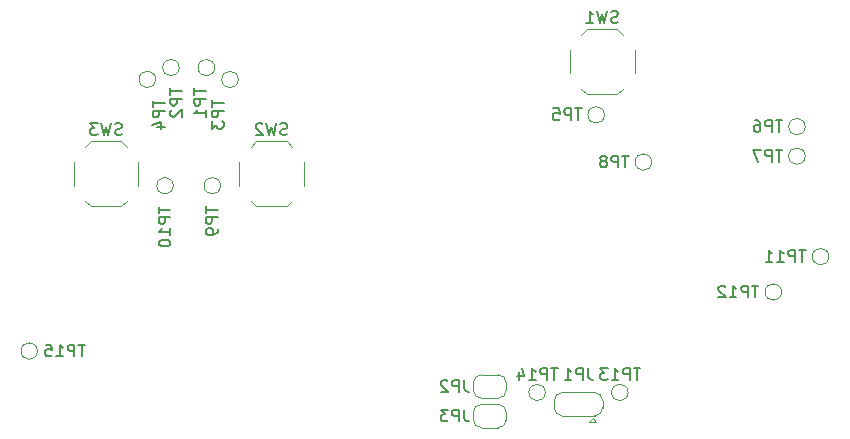
<source format=gbr>
%TF.GenerationSoftware,KiCad,Pcbnew,8.99.0-77eaa75db1*%
%TF.CreationDate,2024-12-04T17:57:12+01:00*%
%TF.ProjectId,geheimbadge-controller,67656865-696d-4626-9164-67652d636f6e,1.0.0*%
%TF.SameCoordinates,Original*%
%TF.FileFunction,Legend,Bot*%
%TF.FilePolarity,Positive*%
%FSLAX46Y46*%
G04 Gerber Fmt 4.6, Leading zero omitted, Abs format (unit mm)*
G04 Created by KiCad (PCBNEW 8.99.0-77eaa75db1) date 2024-12-04 17:57:12*
%MOMM*%
%LPD*%
G01*
G04 APERTURE LIST*
G04 Aperture macros list*
%AMHorizOval*
0 Thick line with rounded ends*
0 $1 width*
0 $2 $3 position (X,Y) of the first rounded end (center of the circle)*
0 $4 $5 position (X,Y) of the second rounded end (center of the circle)*
0 Add line between two ends*
20,1,$1,$2,$3,$4,$5,0*
0 Add two circle primitives to create the rounded ends*
1,1,$1,$2,$3*
1,1,$1,$4,$5*%
%AMRotRect*
0 Rectangle, with rotation*
0 The origin of the aperture is its center*
0 $1 length*
0 $2 width*
0 $3 Rotation angle, in degrees counterclockwise*
0 Add horizontal line*
21,1,$1,$2,0,0,$3*%
%AMFreePoly0*
4,1,19,0.500000,-0.750000,0.000000,-0.750000,0.000000,-0.744911,-0.071157,-0.744911,-0.207708,-0.704816,-0.327430,-0.627875,-0.420627,-0.520320,-0.479746,-0.390866,-0.500000,-0.250000,-0.500000,0.250000,-0.479746,0.390866,-0.420627,0.520320,-0.327430,0.627875,-0.207708,0.704816,-0.071157,0.744911,0.000000,0.744911,0.000000,0.750000,0.500000,0.750000,0.500000,-0.750000,0.500000,-0.750000,
$1*%
%AMFreePoly1*
4,1,19,0.000000,0.744911,0.071157,0.744911,0.207708,0.704816,0.327430,0.627875,0.420627,0.520320,0.479746,0.390866,0.500000,0.250000,0.500000,-0.250000,0.479746,-0.390866,0.420627,-0.520320,0.327430,-0.627875,0.207708,-0.704816,0.071157,-0.744911,0.000000,-0.744911,0.000000,-0.750000,-0.500000,-0.750000,-0.500000,0.750000,0.000000,0.750000,0.000000,0.744911,0.000000,0.744911,
$1*%
%AMFreePoly2*
4,1,19,0.550000,-0.750000,0.000000,-0.750000,0.000000,-0.744911,-0.071157,-0.744911,-0.207708,-0.704816,-0.327430,-0.627875,-0.420627,-0.520320,-0.479746,-0.390866,-0.500000,-0.250000,-0.500000,0.250000,-0.479746,0.390866,-0.420627,0.520320,-0.327430,0.627875,-0.207708,0.704816,-0.071157,0.744911,0.000000,0.744911,0.000000,0.750000,0.550000,0.750000,0.550000,-0.750000,0.550000,-0.750000,
$1*%
%AMFreePoly3*
4,1,19,0.000000,0.744911,0.071157,0.744911,0.207708,0.704816,0.327430,0.627875,0.420627,0.520320,0.479746,0.390866,0.500000,0.250000,0.500000,-0.250000,0.479746,-0.390866,0.420627,-0.520320,0.327430,-0.627875,0.207708,-0.704816,0.071157,-0.744911,0.000000,-0.744911,0.000000,-0.750000,-0.550000,-0.750000,-0.550000,0.750000,0.000000,0.750000,0.000000,0.744911,0.000000,0.744911,
$1*%
G04 Aperture macros list end*
%ADD10C,0.150000*%
%ADD11C,0.120000*%
%ADD12C,0.000000*%
%ADD13R,1.700000X1.700000*%
%ADD14O,1.700000X1.700000*%
%ADD15C,0.650000*%
%ADD16O,1.000000X2.100000*%
%ADD17O,1.000000X1.600000*%
%ADD18RotRect,1.700000X1.700000X135.000000*%
%ADD19HorizOval,1.700000X0.000000X0.000000X0.000000X0.000000X0*%
%ADD20RotRect,1.700000X1.700000X45.000000*%
%ADD21HorizOval,1.700000X0.000000X0.000000X0.000000X0.000000X0*%
%ADD22C,1.000000*%
%ADD23R,1.000000X0.750000*%
%ADD24FreePoly0,180.000000*%
%ADD25FreePoly1,180.000000*%
%ADD26FreePoly2,180.000000*%
%ADD27R,1.000000X1.500000*%
%ADD28FreePoly3,180.000000*%
G04 APERTURE END LIST*
D10*
X82954819Y-94738095D02*
X82954819Y-95309523D01*
X83954819Y-95023809D02*
X82954819Y-95023809D01*
X83954819Y-95642857D02*
X82954819Y-95642857D01*
X82954819Y-95642857D02*
X82954819Y-96023809D01*
X82954819Y-96023809D02*
X83002438Y-96119047D01*
X83002438Y-96119047D02*
X83050057Y-96166666D01*
X83050057Y-96166666D02*
X83145295Y-96214285D01*
X83145295Y-96214285D02*
X83288152Y-96214285D01*
X83288152Y-96214285D02*
X83383390Y-96166666D01*
X83383390Y-96166666D02*
X83431009Y-96119047D01*
X83431009Y-96119047D02*
X83478628Y-96023809D01*
X83478628Y-96023809D02*
X83478628Y-95642857D01*
X83954819Y-97166666D02*
X83954819Y-96595238D01*
X83954819Y-96880952D02*
X82954819Y-96880952D01*
X82954819Y-96880952D02*
X83097676Y-96785714D01*
X83097676Y-96785714D02*
X83192914Y-96690476D01*
X83192914Y-96690476D02*
X83240533Y-96595238D01*
X134738094Y-108454819D02*
X134166666Y-108454819D01*
X134452380Y-109454819D02*
X134452380Y-108454819D01*
X133833332Y-109454819D02*
X133833332Y-108454819D01*
X133833332Y-108454819D02*
X133452380Y-108454819D01*
X133452380Y-108454819D02*
X133357142Y-108502438D01*
X133357142Y-108502438D02*
X133309523Y-108550057D01*
X133309523Y-108550057D02*
X133261904Y-108645295D01*
X133261904Y-108645295D02*
X133261904Y-108788152D01*
X133261904Y-108788152D02*
X133309523Y-108883390D01*
X133309523Y-108883390D02*
X133357142Y-108931009D01*
X133357142Y-108931009D02*
X133452380Y-108978628D01*
X133452380Y-108978628D02*
X133833332Y-108978628D01*
X132309523Y-109454819D02*
X132880951Y-109454819D01*
X132595237Y-109454819D02*
X132595237Y-108454819D01*
X132595237Y-108454819D02*
X132690475Y-108597676D01*
X132690475Y-108597676D02*
X132785713Y-108692914D01*
X132785713Y-108692914D02*
X132880951Y-108740533D01*
X131357142Y-109454819D02*
X131928570Y-109454819D01*
X131642856Y-109454819D02*
X131642856Y-108454819D01*
X131642856Y-108454819D02*
X131738094Y-108597676D01*
X131738094Y-108597676D02*
X131833332Y-108692914D01*
X131833332Y-108692914D02*
X131928570Y-108740533D01*
X90833332Y-98657200D02*
X90690475Y-98704819D01*
X90690475Y-98704819D02*
X90452380Y-98704819D01*
X90452380Y-98704819D02*
X90357142Y-98657200D01*
X90357142Y-98657200D02*
X90309523Y-98609580D01*
X90309523Y-98609580D02*
X90261904Y-98514342D01*
X90261904Y-98514342D02*
X90261904Y-98419104D01*
X90261904Y-98419104D02*
X90309523Y-98323866D01*
X90309523Y-98323866D02*
X90357142Y-98276247D01*
X90357142Y-98276247D02*
X90452380Y-98228628D01*
X90452380Y-98228628D02*
X90642856Y-98181009D01*
X90642856Y-98181009D02*
X90738094Y-98133390D01*
X90738094Y-98133390D02*
X90785713Y-98085771D01*
X90785713Y-98085771D02*
X90833332Y-97990533D01*
X90833332Y-97990533D02*
X90833332Y-97895295D01*
X90833332Y-97895295D02*
X90785713Y-97800057D01*
X90785713Y-97800057D02*
X90738094Y-97752438D01*
X90738094Y-97752438D02*
X90642856Y-97704819D01*
X90642856Y-97704819D02*
X90404761Y-97704819D01*
X90404761Y-97704819D02*
X90261904Y-97752438D01*
X89928570Y-97704819D02*
X89690475Y-98704819D01*
X89690475Y-98704819D02*
X89499999Y-97990533D01*
X89499999Y-97990533D02*
X89309523Y-98704819D01*
X89309523Y-98704819D02*
X89071428Y-97704819D01*
X88738094Y-97800057D02*
X88690475Y-97752438D01*
X88690475Y-97752438D02*
X88595237Y-97704819D01*
X88595237Y-97704819D02*
X88357142Y-97704819D01*
X88357142Y-97704819D02*
X88261904Y-97752438D01*
X88261904Y-97752438D02*
X88214285Y-97800057D01*
X88214285Y-97800057D02*
X88166666Y-97895295D01*
X88166666Y-97895295D02*
X88166666Y-97990533D01*
X88166666Y-97990533D02*
X88214285Y-98133390D01*
X88214285Y-98133390D02*
X88785713Y-98704819D01*
X88785713Y-98704819D02*
X88166666Y-98704819D01*
X84454819Y-95738095D02*
X84454819Y-96309523D01*
X85454819Y-96023809D02*
X84454819Y-96023809D01*
X85454819Y-96642857D02*
X84454819Y-96642857D01*
X84454819Y-96642857D02*
X84454819Y-97023809D01*
X84454819Y-97023809D02*
X84502438Y-97119047D01*
X84502438Y-97119047D02*
X84550057Y-97166666D01*
X84550057Y-97166666D02*
X84645295Y-97214285D01*
X84645295Y-97214285D02*
X84788152Y-97214285D01*
X84788152Y-97214285D02*
X84883390Y-97166666D01*
X84883390Y-97166666D02*
X84931009Y-97119047D01*
X84931009Y-97119047D02*
X84978628Y-97023809D01*
X84978628Y-97023809D02*
X84978628Y-96642857D01*
X84454819Y-97547619D02*
X84454819Y-98166666D01*
X84454819Y-98166666D02*
X84835771Y-97833333D01*
X84835771Y-97833333D02*
X84835771Y-97976190D01*
X84835771Y-97976190D02*
X84883390Y-98071428D01*
X84883390Y-98071428D02*
X84931009Y-98119047D01*
X84931009Y-98119047D02*
X85026247Y-98166666D01*
X85026247Y-98166666D02*
X85264342Y-98166666D01*
X85264342Y-98166666D02*
X85359580Y-98119047D01*
X85359580Y-98119047D02*
X85407200Y-98071428D01*
X85407200Y-98071428D02*
X85454819Y-97976190D01*
X85454819Y-97976190D02*
X85454819Y-97690476D01*
X85454819Y-97690476D02*
X85407200Y-97595238D01*
X85407200Y-97595238D02*
X85359580Y-97547619D01*
X73738094Y-116454819D02*
X73166666Y-116454819D01*
X73452380Y-117454819D02*
X73452380Y-116454819D01*
X72833332Y-117454819D02*
X72833332Y-116454819D01*
X72833332Y-116454819D02*
X72452380Y-116454819D01*
X72452380Y-116454819D02*
X72357142Y-116502438D01*
X72357142Y-116502438D02*
X72309523Y-116550057D01*
X72309523Y-116550057D02*
X72261904Y-116645295D01*
X72261904Y-116645295D02*
X72261904Y-116788152D01*
X72261904Y-116788152D02*
X72309523Y-116883390D01*
X72309523Y-116883390D02*
X72357142Y-116931009D01*
X72357142Y-116931009D02*
X72452380Y-116978628D01*
X72452380Y-116978628D02*
X72833332Y-116978628D01*
X71309523Y-117454819D02*
X71880951Y-117454819D01*
X71595237Y-117454819D02*
X71595237Y-116454819D01*
X71595237Y-116454819D02*
X71690475Y-116597676D01*
X71690475Y-116597676D02*
X71785713Y-116692914D01*
X71785713Y-116692914D02*
X71880951Y-116740533D01*
X70404761Y-116454819D02*
X70880951Y-116454819D01*
X70880951Y-116454819D02*
X70928570Y-116931009D01*
X70928570Y-116931009D02*
X70880951Y-116883390D01*
X70880951Y-116883390D02*
X70785713Y-116835771D01*
X70785713Y-116835771D02*
X70547618Y-116835771D01*
X70547618Y-116835771D02*
X70452380Y-116883390D01*
X70452380Y-116883390D02*
X70404761Y-116931009D01*
X70404761Y-116931009D02*
X70357142Y-117026247D01*
X70357142Y-117026247D02*
X70357142Y-117264342D01*
X70357142Y-117264342D02*
X70404761Y-117359580D01*
X70404761Y-117359580D02*
X70452380Y-117407200D01*
X70452380Y-117407200D02*
X70547618Y-117454819D01*
X70547618Y-117454819D02*
X70785713Y-117454819D01*
X70785713Y-117454819D02*
X70880951Y-117407200D01*
X70880951Y-117407200D02*
X70928570Y-117359580D01*
X120738094Y-118454819D02*
X120166666Y-118454819D01*
X120452380Y-119454819D02*
X120452380Y-118454819D01*
X119833332Y-119454819D02*
X119833332Y-118454819D01*
X119833332Y-118454819D02*
X119452380Y-118454819D01*
X119452380Y-118454819D02*
X119357142Y-118502438D01*
X119357142Y-118502438D02*
X119309523Y-118550057D01*
X119309523Y-118550057D02*
X119261904Y-118645295D01*
X119261904Y-118645295D02*
X119261904Y-118788152D01*
X119261904Y-118788152D02*
X119309523Y-118883390D01*
X119309523Y-118883390D02*
X119357142Y-118931009D01*
X119357142Y-118931009D02*
X119452380Y-118978628D01*
X119452380Y-118978628D02*
X119833332Y-118978628D01*
X118309523Y-119454819D02*
X118880951Y-119454819D01*
X118595237Y-119454819D02*
X118595237Y-118454819D01*
X118595237Y-118454819D02*
X118690475Y-118597676D01*
X118690475Y-118597676D02*
X118785713Y-118692914D01*
X118785713Y-118692914D02*
X118880951Y-118740533D01*
X117976189Y-118454819D02*
X117357142Y-118454819D01*
X117357142Y-118454819D02*
X117690475Y-118835771D01*
X117690475Y-118835771D02*
X117547618Y-118835771D01*
X117547618Y-118835771D02*
X117452380Y-118883390D01*
X117452380Y-118883390D02*
X117404761Y-118931009D01*
X117404761Y-118931009D02*
X117357142Y-119026247D01*
X117357142Y-119026247D02*
X117357142Y-119264342D01*
X117357142Y-119264342D02*
X117404761Y-119359580D01*
X117404761Y-119359580D02*
X117452380Y-119407200D01*
X117452380Y-119407200D02*
X117547618Y-119454819D01*
X117547618Y-119454819D02*
X117833332Y-119454819D01*
X117833332Y-119454819D02*
X117928570Y-119407200D01*
X117928570Y-119407200D02*
X117976189Y-119359580D01*
X80954819Y-94738095D02*
X80954819Y-95309523D01*
X81954819Y-95023809D02*
X80954819Y-95023809D01*
X81954819Y-95642857D02*
X80954819Y-95642857D01*
X80954819Y-95642857D02*
X80954819Y-96023809D01*
X80954819Y-96023809D02*
X81002438Y-96119047D01*
X81002438Y-96119047D02*
X81050057Y-96166666D01*
X81050057Y-96166666D02*
X81145295Y-96214285D01*
X81145295Y-96214285D02*
X81288152Y-96214285D01*
X81288152Y-96214285D02*
X81383390Y-96166666D01*
X81383390Y-96166666D02*
X81431009Y-96119047D01*
X81431009Y-96119047D02*
X81478628Y-96023809D01*
X81478628Y-96023809D02*
X81478628Y-95642857D01*
X81050057Y-96595238D02*
X81002438Y-96642857D01*
X81002438Y-96642857D02*
X80954819Y-96738095D01*
X80954819Y-96738095D02*
X80954819Y-96976190D01*
X80954819Y-96976190D02*
X81002438Y-97071428D01*
X81002438Y-97071428D02*
X81050057Y-97119047D01*
X81050057Y-97119047D02*
X81145295Y-97166666D01*
X81145295Y-97166666D02*
X81240533Y-97166666D01*
X81240533Y-97166666D02*
X81383390Y-97119047D01*
X81383390Y-97119047D02*
X81954819Y-96547619D01*
X81954819Y-96547619D02*
X81954819Y-97166666D01*
X118833332Y-89157200D02*
X118690475Y-89204819D01*
X118690475Y-89204819D02*
X118452380Y-89204819D01*
X118452380Y-89204819D02*
X118357142Y-89157200D01*
X118357142Y-89157200D02*
X118309523Y-89109580D01*
X118309523Y-89109580D02*
X118261904Y-89014342D01*
X118261904Y-89014342D02*
X118261904Y-88919104D01*
X118261904Y-88919104D02*
X118309523Y-88823866D01*
X118309523Y-88823866D02*
X118357142Y-88776247D01*
X118357142Y-88776247D02*
X118452380Y-88728628D01*
X118452380Y-88728628D02*
X118642856Y-88681009D01*
X118642856Y-88681009D02*
X118738094Y-88633390D01*
X118738094Y-88633390D02*
X118785713Y-88585771D01*
X118785713Y-88585771D02*
X118833332Y-88490533D01*
X118833332Y-88490533D02*
X118833332Y-88395295D01*
X118833332Y-88395295D02*
X118785713Y-88300057D01*
X118785713Y-88300057D02*
X118738094Y-88252438D01*
X118738094Y-88252438D02*
X118642856Y-88204819D01*
X118642856Y-88204819D02*
X118404761Y-88204819D01*
X118404761Y-88204819D02*
X118261904Y-88252438D01*
X117928570Y-88204819D02*
X117690475Y-89204819D01*
X117690475Y-89204819D02*
X117499999Y-88490533D01*
X117499999Y-88490533D02*
X117309523Y-89204819D01*
X117309523Y-89204819D02*
X117071428Y-88204819D01*
X116166666Y-89204819D02*
X116738094Y-89204819D01*
X116452380Y-89204819D02*
X116452380Y-88204819D01*
X116452380Y-88204819D02*
X116547618Y-88347676D01*
X116547618Y-88347676D02*
X116642856Y-88442914D01*
X116642856Y-88442914D02*
X116738094Y-88490533D01*
X132761904Y-97454819D02*
X132190476Y-97454819D01*
X132476190Y-98454819D02*
X132476190Y-97454819D01*
X131857142Y-98454819D02*
X131857142Y-97454819D01*
X131857142Y-97454819D02*
X131476190Y-97454819D01*
X131476190Y-97454819D02*
X131380952Y-97502438D01*
X131380952Y-97502438D02*
X131333333Y-97550057D01*
X131333333Y-97550057D02*
X131285714Y-97645295D01*
X131285714Y-97645295D02*
X131285714Y-97788152D01*
X131285714Y-97788152D02*
X131333333Y-97883390D01*
X131333333Y-97883390D02*
X131380952Y-97931009D01*
X131380952Y-97931009D02*
X131476190Y-97978628D01*
X131476190Y-97978628D02*
X131857142Y-97978628D01*
X130428571Y-97454819D02*
X130619047Y-97454819D01*
X130619047Y-97454819D02*
X130714285Y-97502438D01*
X130714285Y-97502438D02*
X130761904Y-97550057D01*
X130761904Y-97550057D02*
X130857142Y-97692914D01*
X130857142Y-97692914D02*
X130904761Y-97883390D01*
X130904761Y-97883390D02*
X130904761Y-98264342D01*
X130904761Y-98264342D02*
X130857142Y-98359580D01*
X130857142Y-98359580D02*
X130809523Y-98407200D01*
X130809523Y-98407200D02*
X130714285Y-98454819D01*
X130714285Y-98454819D02*
X130523809Y-98454819D01*
X130523809Y-98454819D02*
X130428571Y-98407200D01*
X130428571Y-98407200D02*
X130380952Y-98359580D01*
X130380952Y-98359580D02*
X130333333Y-98264342D01*
X130333333Y-98264342D02*
X130333333Y-98026247D01*
X130333333Y-98026247D02*
X130380952Y-97931009D01*
X130380952Y-97931009D02*
X130428571Y-97883390D01*
X130428571Y-97883390D02*
X130523809Y-97835771D01*
X130523809Y-97835771D02*
X130714285Y-97835771D01*
X130714285Y-97835771D02*
X130809523Y-97883390D01*
X130809523Y-97883390D02*
X130857142Y-97931009D01*
X130857142Y-97931009D02*
X130904761Y-98026247D01*
X105833333Y-119454819D02*
X105833333Y-120169104D01*
X105833333Y-120169104D02*
X105880952Y-120311961D01*
X105880952Y-120311961D02*
X105976190Y-120407200D01*
X105976190Y-120407200D02*
X106119047Y-120454819D01*
X106119047Y-120454819D02*
X106214285Y-120454819D01*
X105357142Y-120454819D02*
X105357142Y-119454819D01*
X105357142Y-119454819D02*
X104976190Y-119454819D01*
X104976190Y-119454819D02*
X104880952Y-119502438D01*
X104880952Y-119502438D02*
X104833333Y-119550057D01*
X104833333Y-119550057D02*
X104785714Y-119645295D01*
X104785714Y-119645295D02*
X104785714Y-119788152D01*
X104785714Y-119788152D02*
X104833333Y-119883390D01*
X104833333Y-119883390D02*
X104880952Y-119931009D01*
X104880952Y-119931009D02*
X104976190Y-119978628D01*
X104976190Y-119978628D02*
X105357142Y-119978628D01*
X104404761Y-119550057D02*
X104357142Y-119502438D01*
X104357142Y-119502438D02*
X104261904Y-119454819D01*
X104261904Y-119454819D02*
X104023809Y-119454819D01*
X104023809Y-119454819D02*
X103928571Y-119502438D01*
X103928571Y-119502438D02*
X103880952Y-119550057D01*
X103880952Y-119550057D02*
X103833333Y-119645295D01*
X103833333Y-119645295D02*
X103833333Y-119740533D01*
X103833333Y-119740533D02*
X103880952Y-119883390D01*
X103880952Y-119883390D02*
X104452380Y-120454819D01*
X104452380Y-120454819D02*
X103833333Y-120454819D01*
X76833332Y-98657200D02*
X76690475Y-98704819D01*
X76690475Y-98704819D02*
X76452380Y-98704819D01*
X76452380Y-98704819D02*
X76357142Y-98657200D01*
X76357142Y-98657200D02*
X76309523Y-98609580D01*
X76309523Y-98609580D02*
X76261904Y-98514342D01*
X76261904Y-98514342D02*
X76261904Y-98419104D01*
X76261904Y-98419104D02*
X76309523Y-98323866D01*
X76309523Y-98323866D02*
X76357142Y-98276247D01*
X76357142Y-98276247D02*
X76452380Y-98228628D01*
X76452380Y-98228628D02*
X76642856Y-98181009D01*
X76642856Y-98181009D02*
X76738094Y-98133390D01*
X76738094Y-98133390D02*
X76785713Y-98085771D01*
X76785713Y-98085771D02*
X76833332Y-97990533D01*
X76833332Y-97990533D02*
X76833332Y-97895295D01*
X76833332Y-97895295D02*
X76785713Y-97800057D01*
X76785713Y-97800057D02*
X76738094Y-97752438D01*
X76738094Y-97752438D02*
X76642856Y-97704819D01*
X76642856Y-97704819D02*
X76404761Y-97704819D01*
X76404761Y-97704819D02*
X76261904Y-97752438D01*
X75928570Y-97704819D02*
X75690475Y-98704819D01*
X75690475Y-98704819D02*
X75499999Y-97990533D01*
X75499999Y-97990533D02*
X75309523Y-98704819D01*
X75309523Y-98704819D02*
X75071428Y-97704819D01*
X74785713Y-97704819D02*
X74166666Y-97704819D01*
X74166666Y-97704819D02*
X74499999Y-98085771D01*
X74499999Y-98085771D02*
X74357142Y-98085771D01*
X74357142Y-98085771D02*
X74261904Y-98133390D01*
X74261904Y-98133390D02*
X74214285Y-98181009D01*
X74214285Y-98181009D02*
X74166666Y-98276247D01*
X74166666Y-98276247D02*
X74166666Y-98514342D01*
X74166666Y-98514342D02*
X74214285Y-98609580D01*
X74214285Y-98609580D02*
X74261904Y-98657200D01*
X74261904Y-98657200D02*
X74357142Y-98704819D01*
X74357142Y-98704819D02*
X74642856Y-98704819D01*
X74642856Y-98704819D02*
X74738094Y-98657200D01*
X74738094Y-98657200D02*
X74785713Y-98609580D01*
X115761904Y-96454819D02*
X115190476Y-96454819D01*
X115476190Y-97454819D02*
X115476190Y-96454819D01*
X114857142Y-97454819D02*
X114857142Y-96454819D01*
X114857142Y-96454819D02*
X114476190Y-96454819D01*
X114476190Y-96454819D02*
X114380952Y-96502438D01*
X114380952Y-96502438D02*
X114333333Y-96550057D01*
X114333333Y-96550057D02*
X114285714Y-96645295D01*
X114285714Y-96645295D02*
X114285714Y-96788152D01*
X114285714Y-96788152D02*
X114333333Y-96883390D01*
X114333333Y-96883390D02*
X114380952Y-96931009D01*
X114380952Y-96931009D02*
X114476190Y-96978628D01*
X114476190Y-96978628D02*
X114857142Y-96978628D01*
X113380952Y-96454819D02*
X113857142Y-96454819D01*
X113857142Y-96454819D02*
X113904761Y-96931009D01*
X113904761Y-96931009D02*
X113857142Y-96883390D01*
X113857142Y-96883390D02*
X113761904Y-96835771D01*
X113761904Y-96835771D02*
X113523809Y-96835771D01*
X113523809Y-96835771D02*
X113428571Y-96883390D01*
X113428571Y-96883390D02*
X113380952Y-96931009D01*
X113380952Y-96931009D02*
X113333333Y-97026247D01*
X113333333Y-97026247D02*
X113333333Y-97264342D01*
X113333333Y-97264342D02*
X113380952Y-97359580D01*
X113380952Y-97359580D02*
X113428571Y-97407200D01*
X113428571Y-97407200D02*
X113523809Y-97454819D01*
X113523809Y-97454819D02*
X113761904Y-97454819D01*
X113761904Y-97454819D02*
X113857142Y-97407200D01*
X113857142Y-97407200D02*
X113904761Y-97359580D01*
X130738094Y-111454819D02*
X130166666Y-111454819D01*
X130452380Y-112454819D02*
X130452380Y-111454819D01*
X129833332Y-112454819D02*
X129833332Y-111454819D01*
X129833332Y-111454819D02*
X129452380Y-111454819D01*
X129452380Y-111454819D02*
X129357142Y-111502438D01*
X129357142Y-111502438D02*
X129309523Y-111550057D01*
X129309523Y-111550057D02*
X129261904Y-111645295D01*
X129261904Y-111645295D02*
X129261904Y-111788152D01*
X129261904Y-111788152D02*
X129309523Y-111883390D01*
X129309523Y-111883390D02*
X129357142Y-111931009D01*
X129357142Y-111931009D02*
X129452380Y-111978628D01*
X129452380Y-111978628D02*
X129833332Y-111978628D01*
X128309523Y-112454819D02*
X128880951Y-112454819D01*
X128595237Y-112454819D02*
X128595237Y-111454819D01*
X128595237Y-111454819D02*
X128690475Y-111597676D01*
X128690475Y-111597676D02*
X128785713Y-111692914D01*
X128785713Y-111692914D02*
X128880951Y-111740533D01*
X127928570Y-111550057D02*
X127880951Y-111502438D01*
X127880951Y-111502438D02*
X127785713Y-111454819D01*
X127785713Y-111454819D02*
X127547618Y-111454819D01*
X127547618Y-111454819D02*
X127452380Y-111502438D01*
X127452380Y-111502438D02*
X127404761Y-111550057D01*
X127404761Y-111550057D02*
X127357142Y-111645295D01*
X127357142Y-111645295D02*
X127357142Y-111740533D01*
X127357142Y-111740533D02*
X127404761Y-111883390D01*
X127404761Y-111883390D02*
X127976189Y-112454819D01*
X127976189Y-112454819D02*
X127357142Y-112454819D01*
X116333333Y-118454819D02*
X116333333Y-119169104D01*
X116333333Y-119169104D02*
X116380952Y-119311961D01*
X116380952Y-119311961D02*
X116476190Y-119407200D01*
X116476190Y-119407200D02*
X116619047Y-119454819D01*
X116619047Y-119454819D02*
X116714285Y-119454819D01*
X115857142Y-119454819D02*
X115857142Y-118454819D01*
X115857142Y-118454819D02*
X115476190Y-118454819D01*
X115476190Y-118454819D02*
X115380952Y-118502438D01*
X115380952Y-118502438D02*
X115333333Y-118550057D01*
X115333333Y-118550057D02*
X115285714Y-118645295D01*
X115285714Y-118645295D02*
X115285714Y-118788152D01*
X115285714Y-118788152D02*
X115333333Y-118883390D01*
X115333333Y-118883390D02*
X115380952Y-118931009D01*
X115380952Y-118931009D02*
X115476190Y-118978628D01*
X115476190Y-118978628D02*
X115857142Y-118978628D01*
X114333333Y-119454819D02*
X114904761Y-119454819D01*
X114619047Y-119454819D02*
X114619047Y-118454819D01*
X114619047Y-118454819D02*
X114714285Y-118597676D01*
X114714285Y-118597676D02*
X114809523Y-118692914D01*
X114809523Y-118692914D02*
X114904761Y-118740533D01*
X132761904Y-99954819D02*
X132190476Y-99954819D01*
X132476190Y-100954819D02*
X132476190Y-99954819D01*
X131857142Y-100954819D02*
X131857142Y-99954819D01*
X131857142Y-99954819D02*
X131476190Y-99954819D01*
X131476190Y-99954819D02*
X131380952Y-100002438D01*
X131380952Y-100002438D02*
X131333333Y-100050057D01*
X131333333Y-100050057D02*
X131285714Y-100145295D01*
X131285714Y-100145295D02*
X131285714Y-100288152D01*
X131285714Y-100288152D02*
X131333333Y-100383390D01*
X131333333Y-100383390D02*
X131380952Y-100431009D01*
X131380952Y-100431009D02*
X131476190Y-100478628D01*
X131476190Y-100478628D02*
X131857142Y-100478628D01*
X130952380Y-99954819D02*
X130285714Y-99954819D01*
X130285714Y-99954819D02*
X130714285Y-100954819D01*
X105833333Y-121954819D02*
X105833333Y-122669104D01*
X105833333Y-122669104D02*
X105880952Y-122811961D01*
X105880952Y-122811961D02*
X105976190Y-122907200D01*
X105976190Y-122907200D02*
X106119047Y-122954819D01*
X106119047Y-122954819D02*
X106214285Y-122954819D01*
X105357142Y-122954819D02*
X105357142Y-121954819D01*
X105357142Y-121954819D02*
X104976190Y-121954819D01*
X104976190Y-121954819D02*
X104880952Y-122002438D01*
X104880952Y-122002438D02*
X104833333Y-122050057D01*
X104833333Y-122050057D02*
X104785714Y-122145295D01*
X104785714Y-122145295D02*
X104785714Y-122288152D01*
X104785714Y-122288152D02*
X104833333Y-122383390D01*
X104833333Y-122383390D02*
X104880952Y-122431009D01*
X104880952Y-122431009D02*
X104976190Y-122478628D01*
X104976190Y-122478628D02*
X105357142Y-122478628D01*
X104452380Y-121954819D02*
X103833333Y-121954819D01*
X103833333Y-121954819D02*
X104166666Y-122335771D01*
X104166666Y-122335771D02*
X104023809Y-122335771D01*
X104023809Y-122335771D02*
X103928571Y-122383390D01*
X103928571Y-122383390D02*
X103880952Y-122431009D01*
X103880952Y-122431009D02*
X103833333Y-122526247D01*
X103833333Y-122526247D02*
X103833333Y-122764342D01*
X103833333Y-122764342D02*
X103880952Y-122859580D01*
X103880952Y-122859580D02*
X103928571Y-122907200D01*
X103928571Y-122907200D02*
X104023809Y-122954819D01*
X104023809Y-122954819D02*
X104309523Y-122954819D01*
X104309523Y-122954819D02*
X104404761Y-122907200D01*
X104404761Y-122907200D02*
X104452380Y-122859580D01*
X113738094Y-118454819D02*
X113166666Y-118454819D01*
X113452380Y-119454819D02*
X113452380Y-118454819D01*
X112833332Y-119454819D02*
X112833332Y-118454819D01*
X112833332Y-118454819D02*
X112452380Y-118454819D01*
X112452380Y-118454819D02*
X112357142Y-118502438D01*
X112357142Y-118502438D02*
X112309523Y-118550057D01*
X112309523Y-118550057D02*
X112261904Y-118645295D01*
X112261904Y-118645295D02*
X112261904Y-118788152D01*
X112261904Y-118788152D02*
X112309523Y-118883390D01*
X112309523Y-118883390D02*
X112357142Y-118931009D01*
X112357142Y-118931009D02*
X112452380Y-118978628D01*
X112452380Y-118978628D02*
X112833332Y-118978628D01*
X111309523Y-119454819D02*
X111880951Y-119454819D01*
X111595237Y-119454819D02*
X111595237Y-118454819D01*
X111595237Y-118454819D02*
X111690475Y-118597676D01*
X111690475Y-118597676D02*
X111785713Y-118692914D01*
X111785713Y-118692914D02*
X111880951Y-118740533D01*
X110452380Y-118788152D02*
X110452380Y-119454819D01*
X110690475Y-118407200D02*
X110928570Y-119121485D01*
X110928570Y-119121485D02*
X110309523Y-119121485D01*
X119761904Y-100454819D02*
X119190476Y-100454819D01*
X119476190Y-101454819D02*
X119476190Y-100454819D01*
X118857142Y-101454819D02*
X118857142Y-100454819D01*
X118857142Y-100454819D02*
X118476190Y-100454819D01*
X118476190Y-100454819D02*
X118380952Y-100502438D01*
X118380952Y-100502438D02*
X118333333Y-100550057D01*
X118333333Y-100550057D02*
X118285714Y-100645295D01*
X118285714Y-100645295D02*
X118285714Y-100788152D01*
X118285714Y-100788152D02*
X118333333Y-100883390D01*
X118333333Y-100883390D02*
X118380952Y-100931009D01*
X118380952Y-100931009D02*
X118476190Y-100978628D01*
X118476190Y-100978628D02*
X118857142Y-100978628D01*
X117714285Y-100883390D02*
X117809523Y-100835771D01*
X117809523Y-100835771D02*
X117857142Y-100788152D01*
X117857142Y-100788152D02*
X117904761Y-100692914D01*
X117904761Y-100692914D02*
X117904761Y-100645295D01*
X117904761Y-100645295D02*
X117857142Y-100550057D01*
X117857142Y-100550057D02*
X117809523Y-100502438D01*
X117809523Y-100502438D02*
X117714285Y-100454819D01*
X117714285Y-100454819D02*
X117523809Y-100454819D01*
X117523809Y-100454819D02*
X117428571Y-100502438D01*
X117428571Y-100502438D02*
X117380952Y-100550057D01*
X117380952Y-100550057D02*
X117333333Y-100645295D01*
X117333333Y-100645295D02*
X117333333Y-100692914D01*
X117333333Y-100692914D02*
X117380952Y-100788152D01*
X117380952Y-100788152D02*
X117428571Y-100835771D01*
X117428571Y-100835771D02*
X117523809Y-100883390D01*
X117523809Y-100883390D02*
X117714285Y-100883390D01*
X117714285Y-100883390D02*
X117809523Y-100931009D01*
X117809523Y-100931009D02*
X117857142Y-100978628D01*
X117857142Y-100978628D02*
X117904761Y-101073866D01*
X117904761Y-101073866D02*
X117904761Y-101264342D01*
X117904761Y-101264342D02*
X117857142Y-101359580D01*
X117857142Y-101359580D02*
X117809523Y-101407200D01*
X117809523Y-101407200D02*
X117714285Y-101454819D01*
X117714285Y-101454819D02*
X117523809Y-101454819D01*
X117523809Y-101454819D02*
X117428571Y-101407200D01*
X117428571Y-101407200D02*
X117380952Y-101359580D01*
X117380952Y-101359580D02*
X117333333Y-101264342D01*
X117333333Y-101264342D02*
X117333333Y-101073866D01*
X117333333Y-101073866D02*
X117380952Y-100978628D01*
X117380952Y-100978628D02*
X117428571Y-100931009D01*
X117428571Y-100931009D02*
X117523809Y-100883390D01*
X79454819Y-95738095D02*
X79454819Y-96309523D01*
X80454819Y-96023809D02*
X79454819Y-96023809D01*
X80454819Y-96642857D02*
X79454819Y-96642857D01*
X79454819Y-96642857D02*
X79454819Y-97023809D01*
X79454819Y-97023809D02*
X79502438Y-97119047D01*
X79502438Y-97119047D02*
X79550057Y-97166666D01*
X79550057Y-97166666D02*
X79645295Y-97214285D01*
X79645295Y-97214285D02*
X79788152Y-97214285D01*
X79788152Y-97214285D02*
X79883390Y-97166666D01*
X79883390Y-97166666D02*
X79931009Y-97119047D01*
X79931009Y-97119047D02*
X79978628Y-97023809D01*
X79978628Y-97023809D02*
X79978628Y-96642857D01*
X79788152Y-98071428D02*
X80454819Y-98071428D01*
X79407200Y-97833333D02*
X80121485Y-97595238D01*
X80121485Y-97595238D02*
X80121485Y-98214285D01*
X79954819Y-104761905D02*
X79954819Y-105333333D01*
X80954819Y-105047619D02*
X79954819Y-105047619D01*
X80954819Y-105666667D02*
X79954819Y-105666667D01*
X79954819Y-105666667D02*
X79954819Y-106047619D01*
X79954819Y-106047619D02*
X80002438Y-106142857D01*
X80002438Y-106142857D02*
X80050057Y-106190476D01*
X80050057Y-106190476D02*
X80145295Y-106238095D01*
X80145295Y-106238095D02*
X80288152Y-106238095D01*
X80288152Y-106238095D02*
X80383390Y-106190476D01*
X80383390Y-106190476D02*
X80431009Y-106142857D01*
X80431009Y-106142857D02*
X80478628Y-106047619D01*
X80478628Y-106047619D02*
X80478628Y-105666667D01*
X80954819Y-107190476D02*
X80954819Y-106619048D01*
X80954819Y-106904762D02*
X79954819Y-106904762D01*
X79954819Y-106904762D02*
X80097676Y-106809524D01*
X80097676Y-106809524D02*
X80192914Y-106714286D01*
X80192914Y-106714286D02*
X80240533Y-106619048D01*
X79954819Y-107809524D02*
X79954819Y-107904762D01*
X79954819Y-107904762D02*
X80002438Y-108000000D01*
X80002438Y-108000000D02*
X80050057Y-108047619D01*
X80050057Y-108047619D02*
X80145295Y-108095238D01*
X80145295Y-108095238D02*
X80335771Y-108142857D01*
X80335771Y-108142857D02*
X80573866Y-108142857D01*
X80573866Y-108142857D02*
X80764342Y-108095238D01*
X80764342Y-108095238D02*
X80859580Y-108047619D01*
X80859580Y-108047619D02*
X80907200Y-108000000D01*
X80907200Y-108000000D02*
X80954819Y-107904762D01*
X80954819Y-107904762D02*
X80954819Y-107809524D01*
X80954819Y-107809524D02*
X80907200Y-107714286D01*
X80907200Y-107714286D02*
X80859580Y-107666667D01*
X80859580Y-107666667D02*
X80764342Y-107619048D01*
X80764342Y-107619048D02*
X80573866Y-107571429D01*
X80573866Y-107571429D02*
X80335771Y-107571429D01*
X80335771Y-107571429D02*
X80145295Y-107619048D01*
X80145295Y-107619048D02*
X80050057Y-107666667D01*
X80050057Y-107666667D02*
X80002438Y-107714286D01*
X80002438Y-107714286D02*
X79954819Y-107809524D01*
X83954819Y-104738095D02*
X83954819Y-105309523D01*
X84954819Y-105023809D02*
X83954819Y-105023809D01*
X84954819Y-105642857D02*
X83954819Y-105642857D01*
X83954819Y-105642857D02*
X83954819Y-106023809D01*
X83954819Y-106023809D02*
X84002438Y-106119047D01*
X84002438Y-106119047D02*
X84050057Y-106166666D01*
X84050057Y-106166666D02*
X84145295Y-106214285D01*
X84145295Y-106214285D02*
X84288152Y-106214285D01*
X84288152Y-106214285D02*
X84383390Y-106166666D01*
X84383390Y-106166666D02*
X84431009Y-106119047D01*
X84431009Y-106119047D02*
X84478628Y-106023809D01*
X84478628Y-106023809D02*
X84478628Y-105642857D01*
X84954819Y-106690476D02*
X84954819Y-106880952D01*
X84954819Y-106880952D02*
X84907200Y-106976190D01*
X84907200Y-106976190D02*
X84859580Y-107023809D01*
X84859580Y-107023809D02*
X84716723Y-107119047D01*
X84716723Y-107119047D02*
X84526247Y-107166666D01*
X84526247Y-107166666D02*
X84145295Y-107166666D01*
X84145295Y-107166666D02*
X84050057Y-107119047D01*
X84050057Y-107119047D02*
X84002438Y-107071428D01*
X84002438Y-107071428D02*
X83954819Y-106976190D01*
X83954819Y-106976190D02*
X83954819Y-106785714D01*
X83954819Y-106785714D02*
X84002438Y-106690476D01*
X84002438Y-106690476D02*
X84050057Y-106642857D01*
X84050057Y-106642857D02*
X84145295Y-106595238D01*
X84145295Y-106595238D02*
X84383390Y-106595238D01*
X84383390Y-106595238D02*
X84478628Y-106642857D01*
X84478628Y-106642857D02*
X84526247Y-106690476D01*
X84526247Y-106690476D02*
X84573866Y-106785714D01*
X84573866Y-106785714D02*
X84573866Y-106976190D01*
X84573866Y-106976190D02*
X84526247Y-107071428D01*
X84526247Y-107071428D02*
X84478628Y-107119047D01*
X84478628Y-107119047D02*
X84383390Y-107166666D01*
D11*
%TO.C,TP1*%
X84700000Y-93000000D02*
G75*
G02*
X83300000Y-93000000I-700000J0D01*
G01*
X83300000Y-93000000D02*
G75*
G02*
X84700000Y-93000000I700000J0D01*
G01*
%TO.C,TP11*%
X136700000Y-109000000D02*
G75*
G02*
X135300000Y-109000000I-700000J0D01*
G01*
X135300000Y-109000000D02*
G75*
G02*
X136700000Y-109000000I700000J0D01*
G01*
%TO.C,SW2*%
X86750000Y-103000000D02*
X86750000Y-101000000D01*
X88200000Y-99250000D02*
X87750000Y-99700000D01*
X88200000Y-99250000D02*
X90800000Y-99250000D01*
X88200000Y-104750000D02*
X87750000Y-104300000D01*
X88200000Y-104750000D02*
X90800000Y-104750000D01*
X90800000Y-99250000D02*
X91250000Y-99700000D01*
X90800000Y-104750000D02*
X91250000Y-104300000D01*
X92250000Y-103000000D02*
X92250000Y-101000000D01*
%TO.C,TP3*%
X86700000Y-94000000D02*
G75*
G02*
X85300000Y-94000000I-700000J0D01*
G01*
X85300000Y-94000000D02*
G75*
G02*
X86700000Y-94000000I700000J0D01*
G01*
%TO.C,TP15*%
X69700000Y-117000000D02*
G75*
G02*
X68300000Y-117000000I-700000J0D01*
G01*
X68300000Y-117000000D02*
G75*
G02*
X69700000Y-117000000I700000J0D01*
G01*
%TO.C,TP13*%
X119700000Y-120500000D02*
G75*
G02*
X118300000Y-120500000I-700000J0D01*
G01*
X118300000Y-120500000D02*
G75*
G02*
X119700000Y-120500000I700000J0D01*
G01*
%TO.C,TP2*%
X81700000Y-93000000D02*
G75*
G02*
X80300000Y-93000000I-700000J0D01*
G01*
X80300000Y-93000000D02*
G75*
G02*
X81700000Y-93000000I700000J0D01*
G01*
%TO.C,SW1*%
X114750000Y-93500000D02*
X114750000Y-91500000D01*
X116200000Y-89750000D02*
X115750000Y-90200000D01*
X116200000Y-89750000D02*
X118800000Y-89750000D01*
X116200000Y-95250000D02*
X115750000Y-94800000D01*
X116200000Y-95250000D02*
X118800000Y-95250000D01*
X118800000Y-89750000D02*
X119250000Y-90200000D01*
X118800000Y-95250000D02*
X119250000Y-94800000D01*
X120250000Y-93500000D02*
X120250000Y-91500000D01*
%TO.C,TP6*%
X134700000Y-98000000D02*
G75*
G02*
X133300000Y-98000000I-700000J0D01*
G01*
X133300000Y-98000000D02*
G75*
G02*
X134700000Y-98000000I700000J0D01*
G01*
%TO.C,JP2*%
X106600000Y-120300000D02*
X106600000Y-119700000D01*
X107300000Y-119000000D02*
X108700000Y-119000000D01*
X108700000Y-121000000D02*
X107300000Y-121000000D01*
X109400000Y-119700000D02*
X109400000Y-120300000D01*
X106600000Y-119700000D02*
G75*
G02*
X107300000Y-119000000I700000J0D01*
G01*
X107300000Y-121000000D02*
G75*
G02*
X106600000Y-120300000I0J700000D01*
G01*
X108700000Y-119000000D02*
G75*
G02*
X109400000Y-119700000I1J-699999D01*
G01*
X109400000Y-120300000D02*
G75*
G02*
X108700000Y-121000000I-699999J-1D01*
G01*
%TO.C,SW3*%
X72750000Y-103000000D02*
X72750000Y-101000000D01*
X74200000Y-99250000D02*
X73750000Y-99700000D01*
X74200000Y-99250000D02*
X76800000Y-99250000D01*
X74200000Y-104750000D02*
X73750000Y-104300000D01*
X74200000Y-104750000D02*
X76800000Y-104750000D01*
X76800000Y-99250000D02*
X77250000Y-99700000D01*
X76800000Y-104750000D02*
X77250000Y-104300000D01*
X78250000Y-103000000D02*
X78250000Y-101000000D01*
%TO.C,TP5*%
X117700000Y-97000000D02*
G75*
G02*
X116300000Y-97000000I-700000J0D01*
G01*
X116300000Y-97000000D02*
G75*
G02*
X117700000Y-97000000I700000J0D01*
G01*
%TO.C,TP12*%
X132700000Y-112000000D02*
G75*
G02*
X131300000Y-112000000I-700000J0D01*
G01*
X131300000Y-112000000D02*
G75*
G02*
X132700000Y-112000000I700000J0D01*
G01*
%TO.C,JP1*%
X113450000Y-121800000D02*
X113450000Y-121200000D01*
X114100000Y-120500000D02*
X116900000Y-120500000D01*
X116400000Y-123000000D02*
X116700000Y-122700000D01*
X116400000Y-123000000D02*
X117000000Y-123000000D01*
X116900000Y-122500000D02*
X114100000Y-122500000D01*
X117000000Y-123000000D02*
X116700000Y-122700000D01*
X117550000Y-121200000D02*
X117550000Y-121800000D01*
X113450000Y-121200000D02*
G75*
G02*
X114150000Y-120500000I700000J0D01*
G01*
X114150000Y-122500000D02*
G75*
G02*
X113450000Y-121800000I0J700000D01*
G01*
X116850000Y-120500000D02*
G75*
G02*
X117550000Y-121200000I1J-699999D01*
G01*
X117550000Y-121800000D02*
G75*
G02*
X116850000Y-122500000I-699999J-1D01*
G01*
%TO.C,TP7*%
X134700000Y-100500000D02*
G75*
G02*
X133300000Y-100500000I-700000J0D01*
G01*
X133300000Y-100500000D02*
G75*
G02*
X134700000Y-100500000I700000J0D01*
G01*
%TO.C,JP3*%
X106600000Y-122800000D02*
X106600000Y-122200000D01*
X107300000Y-121500000D02*
X108700000Y-121500000D01*
X108700000Y-123500000D02*
X107300000Y-123500000D01*
X109400000Y-122200000D02*
X109400000Y-122800000D01*
X106600000Y-122200000D02*
G75*
G02*
X107300000Y-121500000I700000J0D01*
G01*
X107300000Y-123500000D02*
G75*
G02*
X106600000Y-122800000I0J700000D01*
G01*
X108700000Y-121500000D02*
G75*
G02*
X109400000Y-122200000I1J-699999D01*
G01*
X109400000Y-122800000D02*
G75*
G02*
X108700000Y-123500000I-699999J-1D01*
G01*
%TO.C,TP14*%
X112700000Y-120500000D02*
G75*
G02*
X111300000Y-120500000I-700000J0D01*
G01*
X111300000Y-120500000D02*
G75*
G02*
X112700000Y-120500000I700000J0D01*
G01*
%TO.C,TP8*%
X121700000Y-101000000D02*
G75*
G02*
X120300000Y-101000000I-700000J0D01*
G01*
X120300000Y-101000000D02*
G75*
G02*
X121700000Y-101000000I700000J0D01*
G01*
%TO.C,TP4*%
X79700000Y-94000000D02*
G75*
G02*
X78300000Y-94000000I-700000J0D01*
G01*
X78300000Y-94000000D02*
G75*
G02*
X79700000Y-94000000I700000J0D01*
G01*
%TO.C,TP10*%
X81200000Y-103000000D02*
G75*
G02*
X79800000Y-103000000I-700000J0D01*
G01*
X79800000Y-103000000D02*
G75*
G02*
X81200000Y-103000000I700000J0D01*
G01*
%TO.C,TP9*%
X85200000Y-103000000D02*
G75*
G02*
X83800000Y-103000000I-700000J0D01*
G01*
X83800000Y-103000000D02*
G75*
G02*
X85200000Y-103000000I700000J0D01*
G01*
%TD*%
%LPC*%
D12*
G36*
X105931810Y-132503336D02*
G01*
X105934426Y-132503796D01*
X105937661Y-132504692D01*
X105941268Y-132506170D01*
X105945001Y-132508374D01*
X105946837Y-132509794D01*
X105948613Y-132511450D01*
X105950297Y-132513361D01*
X105951858Y-132515544D01*
X105953266Y-132518018D01*
X105954489Y-132520800D01*
X105955497Y-132523910D01*
X105956259Y-132527365D01*
X105956745Y-132531183D01*
X105956922Y-132535383D01*
X105956762Y-132539982D01*
X105956232Y-132544999D01*
X105955302Y-132550453D01*
X105953941Y-132556360D01*
X105952119Y-132562740D01*
X105949804Y-132569610D01*
X105946965Y-132576989D01*
X105943572Y-132584895D01*
X105939595Y-132593346D01*
X105935001Y-132602360D01*
X105938105Y-132603154D01*
X105928246Y-132620192D01*
X105917300Y-132636644D01*
X105905313Y-132652532D01*
X105892328Y-132667880D01*
X105863542Y-132697043D01*
X105831296Y-132724315D01*
X105795943Y-132749876D01*
X105757837Y-132773907D01*
X105717330Y-132796591D01*
X105674778Y-132818107D01*
X105630532Y-132838637D01*
X105584947Y-132858362D01*
X105491173Y-132896123D01*
X105303104Y-132969955D01*
X104961885Y-133108862D01*
X104941554Y-133089874D01*
X104920790Y-133071402D01*
X104899604Y-133053455D01*
X104878007Y-133036037D01*
X104856007Y-133019155D01*
X104833617Y-133002817D01*
X104810845Y-132987028D01*
X104787703Y-132971795D01*
X104764199Y-132957124D01*
X104740345Y-132943023D01*
X104716151Y-132929497D01*
X104691627Y-132916554D01*
X104666783Y-132904200D01*
X104641630Y-132892441D01*
X104616177Y-132881284D01*
X104590435Y-132870735D01*
X104645937Y-132842986D01*
X104791853Y-132781732D01*
X104944261Y-132722360D01*
X105101991Y-132666609D01*
X105263869Y-132616223D01*
X105345997Y-132593586D01*
X105428723Y-132572943D01*
X105511900Y-132554512D01*
X105595382Y-132538511D01*
X105679022Y-132525158D01*
X105762673Y-132514670D01*
X105846189Y-132507264D01*
X105929424Y-132503160D01*
X105929421Y-132503142D01*
X105931810Y-132503336D01*
G37*
G36*
X105936129Y-133025374D02*
G01*
X105961537Y-133027271D01*
X105985678Y-133029999D01*
X106008580Y-133033498D01*
X106030273Y-133037708D01*
X106050787Y-133042567D01*
X106070151Y-133048016D01*
X106088395Y-133053993D01*
X106105548Y-133060439D01*
X106121640Y-133067291D01*
X106136700Y-133074491D01*
X106150757Y-133081977D01*
X106163841Y-133089688D01*
X106175982Y-133097565D01*
X106187209Y-133105545D01*
X106197551Y-133113570D01*
X106207038Y-133121578D01*
X106215699Y-133129508D01*
X106223564Y-133137300D01*
X106230662Y-133144894D01*
X106237024Y-133152229D01*
X106242677Y-133159243D01*
X106251978Y-133172071D01*
X106258802Y-133182892D01*
X106263385Y-133191221D01*
X106266768Y-133198466D01*
X106273292Y-133241381D01*
X106276572Y-133282730D01*
X106276759Y-133322568D01*
X106274001Y-133360952D01*
X106268450Y-133397936D01*
X106260254Y-133433576D01*
X106249564Y-133467928D01*
X106236529Y-133501046D01*
X106221298Y-133532987D01*
X106204023Y-133563805D01*
X106184851Y-133593557D01*
X106163934Y-133622297D01*
X106141421Y-133650081D01*
X106117462Y-133676964D01*
X106065803Y-133728250D01*
X106010156Y-133776600D01*
X105951719Y-133822455D01*
X105891690Y-133866259D01*
X105831267Y-133908456D01*
X105714032Y-133989802D01*
X105659616Y-134029838D01*
X105609598Y-134070039D01*
X105551801Y-133965703D01*
X105492463Y-133862258D01*
X105431595Y-133759721D01*
X105369207Y-133658110D01*
X105305310Y-133557440D01*
X105239914Y-133457729D01*
X105173030Y-133358995D01*
X105104668Y-133261253D01*
X105173244Y-133228046D01*
X105239145Y-133197780D01*
X105302422Y-133170350D01*
X105363126Y-133145653D01*
X105421308Y-133123583D01*
X105477020Y-133104036D01*
X105530311Y-133086908D01*
X105581233Y-133072095D01*
X105629837Y-133059491D01*
X105676173Y-133048993D01*
X105720293Y-133040496D01*
X105762247Y-133033895D01*
X105802086Y-133029087D01*
X105839861Y-133025966D01*
X105875624Y-133024429D01*
X105909424Y-133024370D01*
X105936129Y-133025374D01*
G37*
G36*
X89443950Y-112190159D02*
G01*
X89496142Y-112305285D01*
X89539549Y-112424644D01*
X89574152Y-112547433D01*
X89599930Y-112672849D01*
X89616865Y-112800088D01*
X89624936Y-112928347D01*
X89624126Y-113056823D01*
X89614414Y-113184714D01*
X89595781Y-113311215D01*
X89568208Y-113435524D01*
X89531675Y-113556838D01*
X89486162Y-113674352D01*
X89431651Y-113787266D01*
X89368122Y-113894774D01*
X89332970Y-113946251D01*
X89295556Y-113996075D01*
X89203413Y-114080753D01*
X89106453Y-114158125D01*
X89005096Y-114228093D01*
X88899764Y-114290559D01*
X88790882Y-114345424D01*
X88678870Y-114392589D01*
X88564151Y-114431958D01*
X88447147Y-114463430D01*
X88328281Y-114486908D01*
X88207974Y-114502293D01*
X88086650Y-114509488D01*
X87964731Y-114508392D01*
X87842638Y-114498910D01*
X87720794Y-114480940D01*
X87599622Y-114454387D01*
X87479543Y-114419150D01*
X87405529Y-114382339D01*
X87328744Y-114337483D01*
X87250082Y-114285167D01*
X87170441Y-114225979D01*
X87090714Y-114160503D01*
X87011799Y-114089326D01*
X86934590Y-114013034D01*
X86859982Y-113932211D01*
X86788872Y-113847445D01*
X86722155Y-113759321D01*
X86660727Y-113668425D01*
X86605482Y-113575342D01*
X86557318Y-113480660D01*
X86517128Y-113384962D01*
X86500304Y-113336916D01*
X86485809Y-113288836D01*
X86473756Y-113240796D01*
X86464256Y-113192868D01*
X86531010Y-113126644D01*
X86591650Y-113067703D01*
X86647037Y-113015343D01*
X86698030Y-112968865D01*
X86745490Y-112927569D01*
X86790277Y-112890755D01*
X86833250Y-112857722D01*
X86875271Y-112827771D01*
X86917198Y-112800200D01*
X86959892Y-112774311D01*
X87004214Y-112749403D01*
X87051022Y-112724776D01*
X87155542Y-112673564D01*
X87280331Y-112615074D01*
X87273839Y-112651528D01*
X87268863Y-112688109D01*
X87265394Y-112724770D01*
X87263429Y-112761468D01*
X87262960Y-112798155D01*
X87263982Y-112834787D01*
X87266489Y-112871318D01*
X87270476Y-112907703D01*
X87275935Y-112943896D01*
X87282861Y-112979852D01*
X87291249Y-113015525D01*
X87301092Y-113050871D01*
X87312385Y-113085842D01*
X87325121Y-113120395D01*
X87339294Y-113154484D01*
X87354900Y-113188062D01*
X87376281Y-113235588D01*
X87398597Y-113280023D01*
X87422058Y-113321495D01*
X87446875Y-113360129D01*
X87473258Y-113396053D01*
X87501418Y-113429392D01*
X87531567Y-113460274D01*
X87563913Y-113488825D01*
X87598669Y-113515171D01*
X87636045Y-113539439D01*
X87676251Y-113561756D01*
X87719499Y-113582248D01*
X87765998Y-113601042D01*
X87815959Y-113618264D01*
X87869594Y-113634041D01*
X87927112Y-113648499D01*
X87987482Y-113650624D01*
X88045447Y-113650130D01*
X88101131Y-113646983D01*
X88154659Y-113641150D01*
X88206154Y-113632597D01*
X88255741Y-113621289D01*
X88303545Y-113607193D01*
X88349690Y-113590276D01*
X88394300Y-113570503D01*
X88437500Y-113547840D01*
X88479414Y-113522255D01*
X88520166Y-113493712D01*
X88559880Y-113462178D01*
X88598682Y-113427619D01*
X88636695Y-113390002D01*
X88674044Y-113349292D01*
X88703238Y-113309549D01*
X88729787Y-113268389D01*
X88753668Y-113225941D01*
X88774857Y-113182332D01*
X88793331Y-113137691D01*
X88809065Y-113092145D01*
X88822038Y-113045823D01*
X88832225Y-112998852D01*
X88839602Y-112951360D01*
X88844148Y-112903475D01*
X88845837Y-112855324D01*
X88844647Y-112807037D01*
X88840554Y-112758740D01*
X88833535Y-112710562D01*
X88823566Y-112662631D01*
X88810624Y-112615074D01*
X88805722Y-112597803D01*
X88800398Y-112580955D01*
X88788530Y-112548476D01*
X88775109Y-112517528D01*
X88760222Y-112488000D01*
X88743960Y-112459784D01*
X88726408Y-112432770D01*
X88707657Y-112406850D01*
X88687795Y-112381913D01*
X88666909Y-112357850D01*
X88645088Y-112334553D01*
X88622421Y-112311911D01*
X88598996Y-112289815D01*
X88574901Y-112268157D01*
X88550224Y-112246826D01*
X88499481Y-112204712D01*
X88549298Y-112189333D01*
X88600699Y-112175818D01*
X88653500Y-112163984D01*
X88707514Y-112153648D01*
X88762557Y-112144627D01*
X88818444Y-112136741D01*
X88932009Y-112123638D01*
X89161117Y-112103004D01*
X89273699Y-112092554D01*
X89382993Y-112080068D01*
X89443950Y-112190159D01*
G37*
G36*
X115864311Y-136304051D02*
G01*
X115887509Y-136305378D01*
X115910639Y-136307618D01*
X115933677Y-136310765D01*
X115956596Y-136314810D01*
X115979372Y-136319748D01*
X116001979Y-136325569D01*
X116024393Y-136332268D01*
X116046587Y-136339837D01*
X116068537Y-136348269D01*
X116090217Y-136357556D01*
X116111602Y-136367691D01*
X116132667Y-136378667D01*
X116153387Y-136390476D01*
X116173736Y-136403112D01*
X116193689Y-136416567D01*
X116213222Y-136430834D01*
X116232307Y-136445905D01*
X116250922Y-136461773D01*
X116269039Y-136478432D01*
X116286634Y-136495873D01*
X116303682Y-136514090D01*
X116320157Y-136533075D01*
X116336035Y-136552821D01*
X116351289Y-136573320D01*
X116365896Y-136594566D01*
X116379828Y-136616552D01*
X116393062Y-136639269D01*
X116405572Y-136662710D01*
X116417332Y-136686869D01*
X116428318Y-136711739D01*
X116428318Y-136710812D01*
X116449172Y-136806715D01*
X116471305Y-136902318D01*
X116494715Y-136997607D01*
X116519397Y-137092570D01*
X116545348Y-137187195D01*
X116572565Y-137281467D01*
X116601045Y-137375375D01*
X116630785Y-137468905D01*
X116452755Y-137517350D01*
X116274080Y-137563274D01*
X116094789Y-137606687D01*
X115914910Y-137647598D01*
X115734473Y-137686016D01*
X115553506Y-137721950D01*
X115372039Y-137755410D01*
X115190099Y-137786405D01*
X115179753Y-137606247D01*
X115171623Y-137419953D01*
X115170196Y-137325889D01*
X115171493Y-137231950D01*
X115176237Y-137138691D01*
X115185149Y-137046664D01*
X115198955Y-136956423D01*
X115218377Y-136868521D01*
X115230419Y-136825620D01*
X115244137Y-136783512D01*
X115259621Y-136742265D01*
X115276960Y-136701948D01*
X115296246Y-136662631D01*
X115317568Y-136624383D01*
X115341018Y-136587274D01*
X115366685Y-136551371D01*
X115394660Y-136516745D01*
X115425033Y-136483464D01*
X115457895Y-136451599D01*
X115493336Y-136421217D01*
X115512091Y-136407692D01*
X115531139Y-136395019D01*
X115550460Y-136383193D01*
X115570034Y-136372209D01*
X115589844Y-136362061D01*
X115609870Y-136352745D01*
X115630092Y-136344255D01*
X115650492Y-136336586D01*
X115671051Y-136329732D01*
X115691750Y-136323690D01*
X115712569Y-136318453D01*
X115733491Y-136314016D01*
X115754494Y-136310374D01*
X115775562Y-136307523D01*
X115796674Y-136305456D01*
X115817812Y-136304169D01*
X115817812Y-136304166D01*
X115841070Y-136303645D01*
X115864311Y-136304051D01*
G37*
G36*
X117656301Y-135637720D02*
G01*
X117707184Y-135758276D01*
X117754410Y-135880218D01*
X117797954Y-136003461D01*
X117837789Y-136127922D01*
X117873890Y-136253517D01*
X117906233Y-136380161D01*
X117934791Y-136507771D01*
X117959540Y-136636263D01*
X117957990Y-136635466D01*
X117894430Y-136748948D01*
X117855860Y-136686612D01*
X117820336Y-136622807D01*
X117787884Y-136557644D01*
X117758526Y-136491234D01*
X117732286Y-136423690D01*
X117709189Y-136355122D01*
X117689258Y-136285642D01*
X117672517Y-136215362D01*
X117658991Y-136144394D01*
X117648702Y-136072848D01*
X117641675Y-136000836D01*
X117637934Y-135928471D01*
X117637502Y-135855863D01*
X117640404Y-135783124D01*
X117646663Y-135710366D01*
X117656303Y-135637699D01*
X117656301Y-135637720D01*
G37*
G36*
X109242628Y-124233334D02*
G01*
X109272504Y-124234787D01*
X109301731Y-124237609D01*
X109330246Y-124241945D01*
X109357983Y-124247939D01*
X109371540Y-124251604D01*
X109384878Y-124255739D01*
X109397990Y-124260360D01*
X109410868Y-124265487D01*
X109423502Y-124271137D01*
X109435887Y-124277329D01*
X109448012Y-124284081D01*
X109459871Y-124291411D01*
X109471455Y-124299338D01*
X109482757Y-124307878D01*
X109493767Y-124317051D01*
X109504479Y-124326874D01*
X109514883Y-124337366D01*
X109524973Y-124348544D01*
X109534740Y-124360428D01*
X109544175Y-124373034D01*
X109553272Y-124386382D01*
X109562021Y-124400489D01*
X109570416Y-124415374D01*
X109578447Y-124431054D01*
X109586106Y-124447548D01*
X109593387Y-124464874D01*
X109591061Y-124465668D01*
X109595927Y-124488861D01*
X109599680Y-124511711D01*
X109602353Y-124534215D01*
X109603977Y-124556373D01*
X109604584Y-124578186D01*
X109604206Y-124599652D01*
X109602876Y-124620771D01*
X109600623Y-124641544D01*
X109597482Y-124661968D01*
X109593482Y-124682045D01*
X109588657Y-124701773D01*
X109583038Y-124721152D01*
X109576657Y-124740181D01*
X109569545Y-124758861D01*
X109561735Y-124777190D01*
X109553258Y-124795169D01*
X109544147Y-124812797D01*
X109534432Y-124830073D01*
X109524146Y-124846997D01*
X109513321Y-124863569D01*
X109490180Y-124895653D01*
X109465263Y-124926322D01*
X109438826Y-124955573D01*
X109411122Y-124983402D01*
X109382407Y-125009805D01*
X109352935Y-125034780D01*
X109348051Y-125020287D01*
X109342209Y-125006567D01*
X109335448Y-124993612D01*
X109327810Y-124981414D01*
X109319335Y-124969964D01*
X109310066Y-124959255D01*
X109300043Y-124949277D01*
X109289306Y-124940023D01*
X109277897Y-124931484D01*
X109265858Y-124923652D01*
X109253228Y-124916519D01*
X109240048Y-124910076D01*
X109226361Y-124904315D01*
X109212207Y-124899227D01*
X109182660Y-124891041D01*
X109151737Y-124885449D01*
X109119766Y-124882387D01*
X109087073Y-124881786D01*
X109053988Y-124883582D01*
X109020839Y-124887707D01*
X108987952Y-124894094D01*
X108955657Y-124902678D01*
X108924281Y-124913393D01*
X108902303Y-124926317D01*
X108879206Y-124941222D01*
X108855392Y-124958022D01*
X108831268Y-124976632D01*
X108807237Y-124996968D01*
X108783705Y-125018944D01*
X108761074Y-125042476D01*
X108739751Y-125067479D01*
X108720139Y-125093868D01*
X108702644Y-125121558D01*
X108694816Y-125135865D01*
X108687669Y-125150465D01*
X108681253Y-125165347D01*
X108675619Y-125180502D01*
X108670817Y-125195918D01*
X108666899Y-125211586D01*
X108663913Y-125227494D01*
X108661912Y-125243631D01*
X108660946Y-125259988D01*
X108661065Y-125276553D01*
X108662320Y-125293316D01*
X108664761Y-125310267D01*
X108668004Y-125326881D01*
X108671612Y-125342655D01*
X108675555Y-125357611D01*
X108679800Y-125371767D01*
X108684318Y-125385145D01*
X108689078Y-125397766D01*
X108694049Y-125409649D01*
X108699201Y-125420815D01*
X108704503Y-125431285D01*
X108709924Y-125441078D01*
X108715434Y-125450217D01*
X108721002Y-125458721D01*
X108726597Y-125466610D01*
X108732189Y-125473905D01*
X108737747Y-125480627D01*
X108743240Y-125486795D01*
X108748638Y-125492432D01*
X108753909Y-125497556D01*
X108759024Y-125502188D01*
X108763952Y-125506350D01*
X108773123Y-125513341D01*
X108781176Y-125518694D01*
X108787867Y-125522573D01*
X108792950Y-125525140D01*
X108797311Y-125526997D01*
X108699866Y-125572287D01*
X108598186Y-125615763D01*
X108545832Y-125635929D01*
X108492506Y-125654570D01*
X108438238Y-125671331D01*
X108383057Y-125685853D01*
X108326992Y-125697780D01*
X108270073Y-125706755D01*
X108212329Y-125712421D01*
X108153788Y-125714420D01*
X108094481Y-125712397D01*
X108034435Y-125705993D01*
X107973681Y-125694853D01*
X107912247Y-125678618D01*
X107892752Y-125666942D01*
X107874296Y-125654414D01*
X107856871Y-125641078D01*
X107840471Y-125626974D01*
X107825089Y-125612145D01*
X107810716Y-125596634D01*
X107797346Y-125580481D01*
X107784972Y-125563729D01*
X107773585Y-125546420D01*
X107763180Y-125528596D01*
X107753749Y-125510299D01*
X107745284Y-125491571D01*
X107737778Y-125472455D01*
X107731224Y-125452991D01*
X107725614Y-125433222D01*
X107720943Y-125413190D01*
X107717201Y-125392938D01*
X107714382Y-125372507D01*
X107711484Y-125331275D01*
X107712191Y-125289832D01*
X107716444Y-125248514D01*
X107724186Y-125207657D01*
X107735358Y-125167596D01*
X107749903Y-125128669D01*
X107767761Y-125091211D01*
X107796910Y-125038714D01*
X107827319Y-124988488D01*
X107858930Y-124940474D01*
X107891687Y-124894614D01*
X107925532Y-124850849D01*
X107960409Y-124809120D01*
X107996261Y-124769369D01*
X108033029Y-124731536D01*
X108109092Y-124661394D01*
X108188140Y-124598222D01*
X108269719Y-124541552D01*
X108353373Y-124490914D01*
X108438645Y-124445838D01*
X108525079Y-124405856D01*
X108612220Y-124370496D01*
X108699612Y-124339290D01*
X108786798Y-124311769D01*
X108873323Y-124287461D01*
X109042567Y-124246612D01*
X109085829Y-124241568D01*
X109107288Y-124239350D01*
X109128609Y-124237396D01*
X109149775Y-124235751D01*
X109170768Y-124234460D01*
X109191572Y-124233569D01*
X109212168Y-124233124D01*
X109212168Y-124233105D01*
X109242628Y-124233334D01*
G37*
G36*
X116988751Y-135927450D02*
G01*
X117029474Y-135934788D01*
X117068764Y-135944820D01*
X117106651Y-135957431D01*
X117143162Y-135972504D01*
X117178326Y-135989925D01*
X117212171Y-136009579D01*
X117244724Y-136031349D01*
X117276015Y-136055120D01*
X117306072Y-136080777D01*
X117334922Y-136108205D01*
X117362593Y-136137288D01*
X117389115Y-136167911D01*
X117438820Y-136233314D01*
X117484263Y-136303492D01*
X117525670Y-136377520D01*
X117563265Y-136454476D01*
X117597273Y-136533437D01*
X117627922Y-136613479D01*
X117655435Y-136693679D01*
X117680039Y-136773114D01*
X117721418Y-136925995D01*
X117717385Y-136927542D01*
X117608893Y-137002665D01*
X117500704Y-137075511D01*
X117391923Y-137144991D01*
X117337032Y-137178128D01*
X117281656Y-137210015D01*
X117225686Y-137240517D01*
X117169008Y-137269496D01*
X117111512Y-137296818D01*
X117053085Y-137322345D01*
X116993614Y-137345943D01*
X116932990Y-137367474D01*
X116871099Y-137386802D01*
X116807829Y-137403793D01*
X116703065Y-137084371D01*
X116677516Y-137000718D01*
X116653959Y-136916093D01*
X116633263Y-136830771D01*
X116616293Y-136745026D01*
X116603919Y-136659132D01*
X116597007Y-136573364D01*
X116596426Y-136487995D01*
X116598781Y-136445547D01*
X116603043Y-136403300D01*
X116609322Y-136361291D01*
X116617725Y-136319553D01*
X116628362Y-136278121D01*
X116641341Y-136237028D01*
X116656770Y-136196309D01*
X116674757Y-136155999D01*
X116695412Y-136116131D01*
X116718842Y-136076740D01*
X116731152Y-136060745D01*
X116744243Y-136045518D01*
X116758080Y-136031085D01*
X116772623Y-136017472D01*
X116787837Y-136004704D01*
X116803684Y-135992808D01*
X116820126Y-135981809D01*
X116837126Y-135971733D01*
X116854648Y-135962606D01*
X116872653Y-135954453D01*
X116891104Y-135947301D01*
X116909964Y-135941175D01*
X116929196Y-135936101D01*
X116948762Y-135932104D01*
X116968626Y-135929211D01*
X116988749Y-135927448D01*
X116988751Y-135927450D01*
G37*
G36*
X64000000Y-85000000D02*
G01*
X74000000Y-85000000D01*
X74000000Y-95000000D01*
X64000000Y-95000000D01*
X64000000Y-85000000D01*
G37*
G36*
X92269994Y-111859805D02*
G01*
X92248921Y-111914492D01*
X92231221Y-111970038D01*
X92216893Y-112026294D01*
X92205935Y-112083108D01*
X92198343Y-112140328D01*
X92194117Y-112197803D01*
X92193254Y-112255382D01*
X92195751Y-112312913D01*
X92201607Y-112370245D01*
X92210820Y-112427226D01*
X92223387Y-112483706D01*
X92239306Y-112539533D01*
X92258575Y-112594555D01*
X92281192Y-112648621D01*
X92307155Y-112701580D01*
X92332775Y-112742535D01*
X92358676Y-112781464D01*
X92385211Y-112818370D01*
X92412736Y-112853257D01*
X92441604Y-112886130D01*
X92472172Y-112916991D01*
X92504792Y-112945845D01*
X92539821Y-112972695D01*
X92577611Y-112997546D01*
X92618519Y-113020400D01*
X92662899Y-113041262D01*
X92711105Y-113060135D01*
X92763492Y-113077024D01*
X92820415Y-113091931D01*
X92882228Y-113104861D01*
X92949286Y-113115818D01*
X92993917Y-113121503D01*
X93038533Y-113124579D01*
X93083031Y-113125077D01*
X93127306Y-113123031D01*
X93171255Y-113118472D01*
X93214773Y-113111433D01*
X93257756Y-113101947D01*
X93300100Y-113090046D01*
X93341702Y-113075763D01*
X93382455Y-113059129D01*
X93422258Y-113040179D01*
X93461005Y-113018943D01*
X93498592Y-112995454D01*
X93534916Y-112969746D01*
X93569871Y-112941850D01*
X93603355Y-112911800D01*
X93643629Y-112865215D01*
X93680390Y-112814488D01*
X93713461Y-112760106D01*
X93742659Y-112702559D01*
X93767805Y-112642333D01*
X93788720Y-112579918D01*
X93805223Y-112515800D01*
X93817134Y-112450469D01*
X93824274Y-112384413D01*
X93826461Y-112318120D01*
X93823517Y-112252077D01*
X93815261Y-112186773D01*
X93801513Y-112122697D01*
X93792523Y-112091271D01*
X93782093Y-112060335D01*
X93770200Y-112029951D01*
X93756822Y-112000178D01*
X93741935Y-111971078D01*
X93725518Y-111942712D01*
X93822658Y-111962205D01*
X93905523Y-111977378D01*
X93981862Y-111992027D01*
X94059421Y-112009948D01*
X94101078Y-112021322D01*
X94145946Y-112034939D01*
X94194992Y-112051271D01*
X94249184Y-112070795D01*
X94309491Y-112093985D01*
X94376882Y-112121314D01*
X94452324Y-112153259D01*
X94536787Y-112190293D01*
X94540158Y-112259093D01*
X94540802Y-112327050D01*
X94538800Y-112394110D01*
X94534234Y-112460220D01*
X94527184Y-112525327D01*
X94517733Y-112589378D01*
X94505963Y-112652319D01*
X94491954Y-112714097D01*
X94475788Y-112774660D01*
X94457547Y-112833953D01*
X94437312Y-112891924D01*
X94415165Y-112948519D01*
X94391187Y-113003685D01*
X94365460Y-113057369D01*
X94338066Y-113109518D01*
X94309085Y-113160078D01*
X94278600Y-113208997D01*
X94246692Y-113256221D01*
X94213442Y-113301696D01*
X94178932Y-113345371D01*
X94143244Y-113387190D01*
X94106460Y-113427102D01*
X94068659Y-113465053D01*
X94029925Y-113500989D01*
X93990339Y-113534858D01*
X93949982Y-113566606D01*
X93908935Y-113596181D01*
X93867281Y-113623528D01*
X93825101Y-113648595D01*
X93782476Y-113671328D01*
X93739488Y-113691675D01*
X93696218Y-113709581D01*
X93571141Y-113752712D01*
X93444535Y-113786702D01*
X93316977Y-113811765D01*
X93189041Y-113828116D01*
X93061305Y-113835971D01*
X92934343Y-113835544D01*
X92808731Y-113827050D01*
X92685046Y-113810705D01*
X92563863Y-113786723D01*
X92445757Y-113755320D01*
X92331306Y-113716710D01*
X92221084Y-113671109D01*
X92115667Y-113618730D01*
X92015631Y-113559791D01*
X91921552Y-113494504D01*
X91834006Y-113423086D01*
X91758426Y-113352952D01*
X91690125Y-113277955D01*
X91628793Y-113198498D01*
X91574120Y-113114981D01*
X91525795Y-113027809D01*
X91483508Y-112937383D01*
X91446948Y-112844105D01*
X91415805Y-112748380D01*
X91389769Y-112650607D01*
X91368529Y-112551191D01*
X91351775Y-112450534D01*
X91339196Y-112349038D01*
X91330482Y-112247105D01*
X91325322Y-112145138D01*
X91323406Y-112043539D01*
X91324424Y-111942712D01*
X91443093Y-111910322D01*
X91562739Y-111882274D01*
X91683243Y-111858587D01*
X91804485Y-111839275D01*
X91926345Y-111824357D01*
X92048704Y-111813849D01*
X92171443Y-111807768D01*
X92294443Y-111806131D01*
X92269994Y-111859805D01*
G37*
G36*
X108435790Y-134285878D02*
G01*
X108469025Y-134286959D01*
X108501822Y-134288918D01*
X108534157Y-134291739D01*
X108566008Y-134295409D01*
X108597353Y-134299913D01*
X108628168Y-134305238D01*
X108658431Y-134311369D01*
X108688119Y-134318293D01*
X108717209Y-134325995D01*
X108745679Y-134334461D01*
X108773506Y-134343677D01*
X108800666Y-134353628D01*
X108827138Y-134364302D01*
X108852898Y-134375684D01*
X108877925Y-134387759D01*
X108902194Y-134400514D01*
X108925683Y-134413934D01*
X108948370Y-134428006D01*
X108970232Y-134442715D01*
X108991245Y-134458047D01*
X109011388Y-134473989D01*
X109030638Y-134490525D01*
X109048971Y-134507643D01*
X109066365Y-134525327D01*
X109082798Y-134543564D01*
X109098245Y-134562339D01*
X109112686Y-134581640D01*
X109126097Y-134601450D01*
X109138455Y-134621758D01*
X109149737Y-134642547D01*
X109159921Y-134663805D01*
X109161629Y-134663805D01*
X109172193Y-134701394D01*
X109180280Y-134738405D01*
X109185975Y-134774831D01*
X109189362Y-134810667D01*
X109190527Y-134845905D01*
X109189555Y-134880540D01*
X109186532Y-134914564D01*
X109181542Y-134947972D01*
X109174671Y-134980756D01*
X109166003Y-135012911D01*
X109155624Y-135044431D01*
X109143620Y-135075308D01*
X109130075Y-135105537D01*
X109115075Y-135135110D01*
X109098704Y-135164022D01*
X109081048Y-135192266D01*
X109062192Y-135219835D01*
X109042222Y-135246724D01*
X108999277Y-135298433D01*
X108952896Y-135347343D01*
X108903759Y-135393401D01*
X108852548Y-135436556D01*
X108799945Y-135476757D01*
X108746630Y-135513953D01*
X108693286Y-135548092D01*
X108375786Y-135712264D01*
X108309681Y-135548548D01*
X108238438Y-135387149D01*
X108162122Y-135228186D01*
X108080796Y-135071776D01*
X107994525Y-134918040D01*
X107903373Y-134767094D01*
X107807403Y-134619057D01*
X107706680Y-134474048D01*
X107751350Y-134450613D01*
X107796042Y-134428847D01*
X107840717Y-134408726D01*
X107885334Y-134390225D01*
X107929857Y-134373320D01*
X107974244Y-134357986D01*
X108018458Y-134344199D01*
X108062460Y-134331935D01*
X108106210Y-134321168D01*
X108149669Y-134311875D01*
X108192799Y-134304030D01*
X108235561Y-134297610D01*
X108277914Y-134292591D01*
X108319822Y-134288947D01*
X108361244Y-134286654D01*
X108402141Y-134285687D01*
X108435790Y-134285878D01*
G37*
G36*
X107905828Y-133507160D02*
G01*
X107929246Y-133508951D01*
X107952267Y-133511764D01*
X107974868Y-133515637D01*
X107997022Y-133520611D01*
X108018708Y-133526722D01*
X108039898Y-133534010D01*
X108060570Y-133542513D01*
X108080699Y-133552269D01*
X108100261Y-133563318D01*
X108119230Y-133575697D01*
X108137583Y-133589445D01*
X108155295Y-133604602D01*
X108172342Y-133621204D01*
X108188699Y-133639291D01*
X108204342Y-133658901D01*
X108210882Y-133671080D01*
X108216412Y-133685941D01*
X108221097Y-133706328D01*
X108223172Y-133731998D01*
X108220874Y-133762709D01*
X108212440Y-133798220D01*
X108196104Y-133838289D01*
X108184423Y-133859957D01*
X108170105Y-133882674D01*
X108152930Y-133906409D01*
X108132677Y-133931133D01*
X108109126Y-133956815D01*
X108082057Y-133983424D01*
X108051249Y-134010931D01*
X108016481Y-134039306D01*
X107977534Y-134068518D01*
X107934186Y-134098537D01*
X107886217Y-134129332D01*
X107833407Y-134160874D01*
X107775535Y-134193132D01*
X107712381Y-134226076D01*
X107643724Y-134259676D01*
X107569344Y-134293902D01*
X107568549Y-134297005D01*
X107530721Y-134271929D01*
X107492764Y-134244326D01*
X107454570Y-134214640D01*
X107416029Y-134183320D01*
X107256215Y-134050606D01*
X107214303Y-134017800D01*
X107171388Y-133986036D01*
X107127361Y-133955759D01*
X107082113Y-133927416D01*
X107035536Y-133901453D01*
X106987518Y-133878316D01*
X106937953Y-133858451D01*
X106912555Y-133849885D01*
X106886729Y-133842304D01*
X106934650Y-133825038D01*
X106986365Y-133804264D01*
X107099556Y-133754770D01*
X107223064Y-133698984D01*
X107353650Y-133642070D01*
X107420585Y-133614802D01*
X107488076Y-133589188D01*
X107555718Y-133565872D01*
X107623105Y-133545500D01*
X107689833Y-133528717D01*
X107755498Y-133516169D01*
X107819694Y-133508500D01*
X107882017Y-133506356D01*
X107882018Y-133506356D01*
X107882020Y-133506356D01*
X107882021Y-133506356D01*
X107882023Y-133506356D01*
X107882024Y-133506356D01*
X107882025Y-133506355D01*
X107882028Y-133506355D01*
X107882030Y-133506354D01*
X107882033Y-133506354D01*
X107882034Y-133506354D01*
X107882035Y-133506354D01*
X107882036Y-133506354D01*
X107882037Y-133506354D01*
X107905828Y-133507160D01*
G37*
D13*
%TO.C,J3*%
X97475000Y-124710000D03*
D14*
X97475000Y-127250000D03*
X100015000Y-124710000D03*
X100015000Y-127250000D03*
X102555000Y-124710000D03*
X102555000Y-127250000D03*
%TD*%
D15*
%TO.C,J1*%
X85390000Y-95600000D03*
X79610000Y-95600000D03*
D16*
X86820000Y-96130000D03*
D17*
X86820000Y-91950000D03*
D16*
X78180000Y-96130000D03*
D17*
X78180000Y-91950000D03*
%TD*%
D18*
%TO.C,J4*%
X109000000Y-133000000D03*
D19*
X110796051Y-131203949D03*
X112592102Y-129407898D03*
X114388154Y-127611846D03*
X116184205Y-125815795D03*
X117980256Y-124019744D03*
%TD*%
D20*
%TO.C,J2*%
X82019744Y-124019744D03*
D21*
X83815795Y-125815795D03*
X85611846Y-127611846D03*
X87407898Y-129407898D03*
X89203949Y-131203949D03*
X91000000Y-133000000D03*
%TD*%
D22*
%TO.C,TP1*%
X84000000Y-93000000D03*
%TD*%
%TO.C,TP11*%
X136000000Y-109000000D03*
%TD*%
D23*
%TO.C,SW2*%
X92500000Y-100125000D03*
X86500000Y-100125000D03*
X92500000Y-103875000D03*
X86500000Y-103875000D03*
%TD*%
D22*
%TO.C,TP3*%
X86000000Y-94000000D03*
%TD*%
%TO.C,TP15*%
X69000000Y-117000000D03*
%TD*%
%TO.C,TP13*%
X119000000Y-120500000D03*
%TD*%
%TO.C,TP2*%
X81000000Y-93000000D03*
%TD*%
D23*
%TO.C,SW1*%
X120500000Y-90625000D03*
X114500000Y-90625000D03*
X120500000Y-94375000D03*
X114500000Y-94375000D03*
%TD*%
D22*
%TO.C,TP6*%
X134000000Y-98000000D03*
%TD*%
D24*
%TO.C,JP2*%
X108650000Y-120000000D03*
D25*
X107350000Y-120000000D03*
%TD*%
D23*
%TO.C,SW3*%
X78500000Y-100125000D03*
X72500000Y-100125000D03*
X78500000Y-103875000D03*
X72500000Y-103875000D03*
%TD*%
D22*
%TO.C,TP5*%
X117000000Y-97000000D03*
%TD*%
%TO.C,TP12*%
X132000000Y-112000000D03*
%TD*%
D26*
%TO.C,JP1*%
X116800000Y-121500000D03*
D27*
X115500000Y-121500000D03*
D28*
X114200000Y-121500000D03*
%TD*%
D22*
%TO.C,TP7*%
X134000000Y-100500000D03*
%TD*%
D24*
%TO.C,JP3*%
X108650000Y-122500000D03*
D25*
X107350000Y-122500000D03*
%TD*%
D22*
%TO.C,TP14*%
X112000000Y-120500000D03*
%TD*%
%TO.C,TP8*%
X121000000Y-101000000D03*
%TD*%
%TO.C,TP4*%
X79000000Y-94000000D03*
%TD*%
%TO.C,TP10*%
X80500000Y-103000000D03*
%TD*%
%TO.C,TP9*%
X84500000Y-103000000D03*
%TD*%
%LPD*%
M02*

</source>
